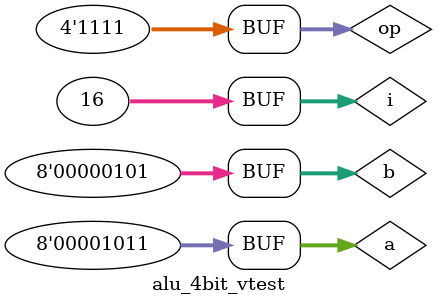
<source format=v>

`timescale 1 ns / 1 ps

module alu_4bit_vtest();
  
	reg [3:0] op = 0;
	reg [7:0] a = 0;
	reg [7:0] b = 0;
	integer i;
	
	wire [7:0] f;

	alu_4bit UUT(
		.op(op),
		.a(a),
		.b(b),
		.f(f)
	);
	
	initial begin
		#50;
		a = 4'b1011;
		b = 4'b0101;
		#50;
		for (i=0; i<(1<<4); i=i+1)
			begin
				{op} = i;
				#50;
			end
	end
	
  endmodule

</source>
